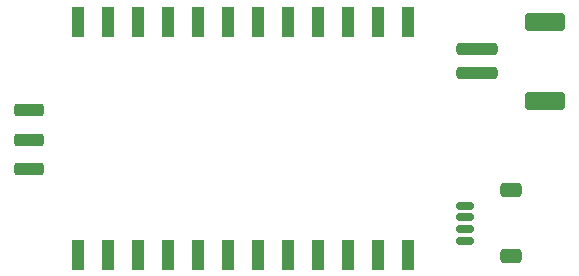
<source format=gbr>
%TF.GenerationSoftware,KiCad,Pcbnew,9.0.0*%
%TF.CreationDate,2025-05-24T09:04:45-07:00*%
%TF.ProjectId,nnv2-smd,6e6e7632-2d73-46d6-942e-6b696361645f,rev?*%
%TF.SameCoordinates,Original*%
%TF.FileFunction,Paste,Top*%
%TF.FilePolarity,Positive*%
%FSLAX46Y46*%
G04 Gerber Fmt 4.6, Leading zero omitted, Abs format (unit mm)*
G04 Created by KiCad (PCBNEW 9.0.0) date 2025-05-24 09:04:45*
%MOMM*%
%LPD*%
G01*
G04 APERTURE LIST*
G04 Aperture macros list*
%AMRoundRect*
0 Rectangle with rounded corners*
0 $1 Rounding radius*
0 $2 $3 $4 $5 $6 $7 $8 $9 X,Y pos of 4 corners*
0 Add a 4 corners polygon primitive as box body*
4,1,4,$2,$3,$4,$5,$6,$7,$8,$9,$2,$3,0*
0 Add four circle primitives for the rounded corners*
1,1,$1+$1,$2,$3*
1,1,$1+$1,$4,$5*
1,1,$1+$1,$6,$7*
1,1,$1+$1,$8,$9*
0 Add four rect primitives between the rounded corners*
20,1,$1+$1,$2,$3,$4,$5,0*
20,1,$1+$1,$4,$5,$6,$7,0*
20,1,$1+$1,$6,$7,$8,$9,0*
20,1,$1+$1,$8,$9,$2,$3,0*%
G04 Aperture macros list end*
%ADD10R,1.000000X2.510000*%
%ADD11RoundRect,0.150000X0.625000X-0.150000X0.625000X0.150000X-0.625000X0.150000X-0.625000X-0.150000X0*%
%ADD12RoundRect,0.250000X0.650000X-0.350000X0.650000X0.350000X-0.650000X0.350000X-0.650000X-0.350000X0*%
%ADD13RoundRect,0.200000X-1.050000X0.300000X-1.050000X-0.300000X1.050000X-0.300000X1.050000X0.300000X0*%
%ADD14RoundRect,0.250000X1.500000X-0.250000X1.500000X0.250000X-1.500000X0.250000X-1.500000X-0.250000X0*%
%ADD15RoundRect,0.250001X1.449999X-0.499999X1.449999X0.499999X-1.449999X0.499999X-1.449999X-0.499999X0*%
G04 APERTURE END LIST*
D10*
%TO.C,U1*%
X173730000Y-98180000D03*
X176270000Y-98180000D03*
X178810000Y-98180000D03*
X181350000Y-98180000D03*
X183890000Y-98180000D03*
X186430000Y-98180000D03*
X188970000Y-98180000D03*
X191510000Y-98180000D03*
X194050000Y-98180000D03*
X196590000Y-98180000D03*
X199130000Y-98180000D03*
X201670000Y-98180000D03*
X201670000Y-78445000D03*
X199130000Y-78445000D03*
X196590000Y-78445000D03*
X194050000Y-78445000D03*
X191510000Y-78445000D03*
X188970000Y-78445000D03*
X186430000Y-78445000D03*
X183890000Y-78445000D03*
X181350000Y-78445000D03*
X178810000Y-78445000D03*
X176270000Y-78445000D03*
X173730000Y-78445000D03*
%TD*%
D11*
%TO.C,J2*%
X206520000Y-97030000D03*
X206520000Y-96030000D03*
X206520000Y-95030000D03*
X206520000Y-94030000D03*
D12*
X210395000Y-98330000D03*
X210395000Y-92730000D03*
%TD*%
D13*
%TO.C,SW1*%
X169550000Y-85940000D03*
X169550000Y-88440000D03*
X169550000Y-90940000D03*
%TD*%
D14*
%TO.C,J1*%
X207530000Y-82800000D03*
X207530000Y-80800000D03*
D15*
X213280000Y-85150000D03*
X213280000Y-78450000D03*
%TD*%
M02*

</source>
